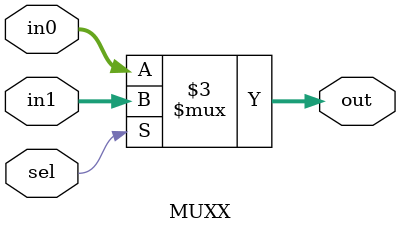
<source format=v>
`timescale 1ns / 1ps

module MUXX(
    input [2:0] in1,
    input [2:0] in0,
    input  sel,
    output reg [2:0] out
    );
 
 always @ (*)
 if ( sel )
     out = in1;
 else
     out = in0;  
endmodule

</source>
